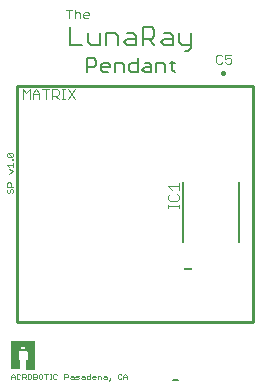
<source format=gto>
G75*
%MOIN*%
%OFA0B0*%
%FSLAX25Y25*%
%IPPOS*%
%LPD*%
%AMOC8*
5,1,8,0,0,1.08239X$1,22.5*
%
%ADD10C,0.00800*%
%ADD11C,0.00700*%
%ADD12C,0.00500*%
%ADD13C,0.00200*%
%ADD14C,0.00300*%
%ADD15C,0.01600*%
%ADD16C,0.00600*%
%ADD17R,0.02500X0.01000*%
%ADD18C,0.00400*%
%ADD19C,0.01000*%
%ADD20C,0.00100*%
D10*
X0059100Y0002999D02*
X0060700Y0002999D01*
D11*
X0063011Y0112881D02*
X0063995Y0112881D01*
X0064980Y0113865D01*
X0064980Y0118786D01*
X0064980Y0114849D02*
X0062027Y0114849D01*
X0061043Y0115833D01*
X0061043Y0118786D01*
X0058902Y0117801D02*
X0058902Y0114849D01*
X0055950Y0114849D01*
X0054966Y0115833D01*
X0055950Y0116817D01*
X0058902Y0116817D01*
X0058902Y0117801D02*
X0057918Y0118786D01*
X0055950Y0118786D01*
X0052825Y0119770D02*
X0052825Y0117801D01*
X0051841Y0116817D01*
X0048889Y0116817D01*
X0048889Y0114849D02*
X0048889Y0120754D01*
X0051841Y0120754D01*
X0052825Y0119770D01*
X0050857Y0116817D02*
X0052825Y0114849D01*
X0046748Y0114849D02*
X0043796Y0114849D01*
X0042811Y0115833D01*
X0043796Y0116817D01*
X0046748Y0116817D01*
X0046748Y0117801D02*
X0046748Y0114849D01*
X0046748Y0117801D02*
X0045764Y0118786D01*
X0043796Y0118786D01*
X0040671Y0117801D02*
X0040671Y0114849D01*
X0040671Y0117801D02*
X0039687Y0118786D01*
X0036734Y0118786D01*
X0036734Y0114849D01*
X0034594Y0114849D02*
X0034594Y0118786D01*
X0034594Y0114849D02*
X0031641Y0114849D01*
X0030657Y0115833D01*
X0030657Y0118786D01*
X0028517Y0114849D02*
X0024580Y0114849D01*
X0024580Y0120754D01*
D12*
X0030404Y0110353D02*
X0032655Y0110353D01*
X0033406Y0109602D01*
X0033406Y0108101D01*
X0032655Y0107350D01*
X0030404Y0107350D01*
X0030404Y0105849D02*
X0030404Y0110353D01*
X0035007Y0108101D02*
X0035007Y0106599D01*
X0035758Y0105849D01*
X0037259Y0105849D01*
X0038010Y0107350D02*
X0035007Y0107350D01*
X0035007Y0108101D02*
X0035758Y0108851D01*
X0037259Y0108851D01*
X0038010Y0108101D01*
X0038010Y0107350D01*
X0039611Y0105849D02*
X0039611Y0108851D01*
X0041863Y0108851D01*
X0042614Y0108101D01*
X0042614Y0105849D01*
X0044215Y0106599D02*
X0044215Y0108101D01*
X0044966Y0108851D01*
X0047218Y0108851D01*
X0047218Y0110353D02*
X0047218Y0105849D01*
X0044966Y0105849D01*
X0044215Y0106599D01*
X0048819Y0106599D02*
X0049570Y0107350D01*
X0051822Y0107350D01*
X0051822Y0108101D02*
X0051822Y0105849D01*
X0049570Y0105849D01*
X0048819Y0106599D01*
X0049570Y0108851D02*
X0051071Y0108851D01*
X0051822Y0108101D01*
X0053423Y0108851D02*
X0053423Y0105849D01*
X0053423Y0108851D02*
X0055675Y0108851D01*
X0056426Y0108101D01*
X0056426Y0105849D01*
X0058778Y0106599D02*
X0059528Y0105849D01*
X0058778Y0106599D02*
X0058778Y0109602D01*
X0059528Y0108851D02*
X0058027Y0108851D01*
D13*
X0005000Y0004600D02*
X0005000Y0003399D01*
X0005000Y0004300D02*
X0006201Y0004300D01*
X0006201Y0004600D02*
X0006201Y0003399D01*
X0006842Y0003699D02*
X0006842Y0004900D01*
X0007142Y0005200D01*
X0007742Y0005200D01*
X0008043Y0004900D01*
X0008683Y0005200D02*
X0008683Y0003399D01*
X0008683Y0003999D02*
X0009584Y0003999D01*
X0009884Y0004300D01*
X0009884Y0004900D01*
X0009584Y0005200D01*
X0008683Y0005200D01*
X0009284Y0003999D02*
X0009884Y0003399D01*
X0010525Y0003699D02*
X0010525Y0004900D01*
X0010825Y0005200D01*
X0011425Y0005200D01*
X0011726Y0004900D01*
X0011726Y0003699D01*
X0011425Y0003399D01*
X0010825Y0003399D01*
X0010525Y0003699D01*
X0012366Y0003399D02*
X0013267Y0003399D01*
X0013567Y0003699D01*
X0013567Y0003999D01*
X0013267Y0004300D01*
X0012366Y0004300D01*
X0012366Y0005200D02*
X0013267Y0005200D01*
X0013567Y0004900D01*
X0013567Y0004600D01*
X0013267Y0004300D01*
X0014208Y0004900D02*
X0014208Y0003699D01*
X0014508Y0003399D01*
X0015109Y0003399D01*
X0015409Y0003699D01*
X0015409Y0004900D01*
X0015109Y0005200D01*
X0014508Y0005200D01*
X0014208Y0004900D01*
X0016049Y0005200D02*
X0017250Y0005200D01*
X0016650Y0005200D02*
X0016650Y0003399D01*
X0017891Y0003399D02*
X0018492Y0003399D01*
X0018191Y0003399D02*
X0018191Y0005200D01*
X0017891Y0005200D02*
X0018492Y0005200D01*
X0019119Y0004900D02*
X0019119Y0003699D01*
X0019419Y0003399D01*
X0020019Y0003399D01*
X0020320Y0003699D01*
X0020320Y0004900D02*
X0020019Y0005200D01*
X0019419Y0005200D01*
X0019119Y0004900D01*
X0022802Y0005200D02*
X0022802Y0003399D01*
X0022802Y0003999D02*
X0023703Y0003999D01*
X0024003Y0004300D01*
X0024003Y0004900D01*
X0023703Y0005200D01*
X0022802Y0005200D01*
X0024944Y0004600D02*
X0025544Y0004600D01*
X0025844Y0004300D01*
X0025844Y0003399D01*
X0024944Y0003399D01*
X0024643Y0003699D01*
X0024944Y0003999D01*
X0025844Y0003999D01*
X0026485Y0004300D02*
X0026785Y0004600D01*
X0027686Y0004600D01*
X0027386Y0003999D02*
X0026785Y0003999D01*
X0026485Y0004300D01*
X0026485Y0003399D02*
X0027386Y0003399D01*
X0027686Y0003699D01*
X0027386Y0003999D01*
X0028327Y0003699D02*
X0028627Y0003999D01*
X0029528Y0003999D01*
X0029528Y0004300D02*
X0029528Y0003399D01*
X0028627Y0003399D01*
X0028327Y0003699D01*
X0028627Y0004600D02*
X0029227Y0004600D01*
X0029528Y0004300D01*
X0030168Y0004300D02*
X0030168Y0003699D01*
X0030468Y0003399D01*
X0031369Y0003399D01*
X0031369Y0005200D01*
X0031369Y0004600D02*
X0030468Y0004600D01*
X0030168Y0004300D01*
X0032010Y0004300D02*
X0032010Y0003699D01*
X0032310Y0003399D01*
X0032910Y0003399D01*
X0033211Y0003999D02*
X0032010Y0003999D01*
X0032010Y0004300D02*
X0032310Y0004600D01*
X0032910Y0004600D01*
X0033211Y0004300D01*
X0033211Y0003999D01*
X0033851Y0003399D02*
X0033851Y0004600D01*
X0034752Y0004600D01*
X0035052Y0004300D01*
X0035052Y0003399D01*
X0035693Y0003699D02*
X0035993Y0003999D01*
X0036894Y0003999D01*
X0036894Y0004300D02*
X0036894Y0003399D01*
X0035993Y0003399D01*
X0035693Y0003699D01*
X0035993Y0004600D02*
X0036594Y0004600D01*
X0036894Y0004300D01*
X0037835Y0003699D02*
X0037835Y0003399D01*
X0038135Y0003399D01*
X0038135Y0003699D01*
X0037835Y0003699D01*
X0038135Y0003399D02*
X0037534Y0002798D01*
X0040604Y0003699D02*
X0040904Y0003399D01*
X0041504Y0003399D01*
X0041805Y0003699D01*
X0042445Y0003399D02*
X0042445Y0004600D01*
X0043046Y0005200D01*
X0043646Y0004600D01*
X0043646Y0003399D01*
X0043646Y0004300D02*
X0042445Y0004300D01*
X0041805Y0004900D02*
X0041504Y0005200D01*
X0040904Y0005200D01*
X0040604Y0004900D01*
X0040604Y0003699D01*
X0012366Y0003399D02*
X0012366Y0005200D01*
X0008043Y0003699D02*
X0007742Y0003399D01*
X0007142Y0003399D01*
X0006842Y0003699D01*
X0006201Y0004600D02*
X0005601Y0005200D01*
X0005000Y0004600D01*
X0005333Y0065335D02*
X0005700Y0065702D01*
X0005700Y0066436D01*
X0005333Y0066802D01*
X0004966Y0066802D01*
X0004599Y0066436D01*
X0004599Y0065702D01*
X0004232Y0065335D01*
X0003865Y0065335D01*
X0003498Y0065702D01*
X0003498Y0066436D01*
X0003865Y0066802D01*
X0003498Y0067544D02*
X0003498Y0068645D01*
X0003865Y0069012D01*
X0004599Y0069012D01*
X0004966Y0068645D01*
X0004966Y0067544D01*
X0005700Y0067544D02*
X0003498Y0067544D01*
X0004232Y0071964D02*
X0005700Y0072698D01*
X0004232Y0073432D01*
X0004232Y0074174D02*
X0003498Y0074908D01*
X0005700Y0074908D01*
X0005700Y0074174D02*
X0005700Y0075642D01*
X0005700Y0076384D02*
X0005700Y0076751D01*
X0005333Y0076751D01*
X0005333Y0076384D01*
X0005700Y0076384D01*
X0005333Y0077489D02*
X0003865Y0078957D01*
X0005333Y0078957D01*
X0005700Y0078590D01*
X0005700Y0077856D01*
X0005333Y0077489D01*
X0003865Y0077489D01*
X0003498Y0077856D01*
X0003498Y0078590D01*
X0003865Y0078957D01*
D14*
X0009035Y0096827D02*
X0009035Y0100030D01*
X0010103Y0098962D01*
X0011170Y0100030D01*
X0011170Y0096827D01*
X0012258Y0096827D02*
X0012258Y0098962D01*
X0013325Y0100030D01*
X0014393Y0098962D01*
X0014393Y0096827D01*
X0014393Y0098428D02*
X0012258Y0098428D01*
X0015481Y0100030D02*
X0017616Y0100030D01*
X0016548Y0100030D02*
X0016548Y0096827D01*
X0018703Y0096827D02*
X0018703Y0100030D01*
X0020305Y0100030D01*
X0020838Y0099496D01*
X0020838Y0098428D01*
X0020305Y0097894D01*
X0018703Y0097894D01*
X0019771Y0097894D02*
X0020838Y0096827D01*
X0021926Y0096827D02*
X0022994Y0096827D01*
X0022460Y0096827D02*
X0022460Y0100030D01*
X0021926Y0100030D02*
X0022994Y0100030D01*
X0024075Y0100030D02*
X0026210Y0096827D01*
X0024075Y0096827D02*
X0026210Y0100030D01*
X0026197Y0123749D02*
X0026197Y0126651D01*
X0025185Y0126651D02*
X0023250Y0126651D01*
X0024217Y0126651D02*
X0024217Y0123749D01*
X0026197Y0125200D02*
X0026680Y0125684D01*
X0027648Y0125684D01*
X0028131Y0125200D01*
X0028131Y0123749D01*
X0029143Y0124233D02*
X0029627Y0123749D01*
X0030594Y0123749D01*
X0031078Y0124716D02*
X0029143Y0124716D01*
X0029143Y0124233D02*
X0029143Y0125200D01*
X0029627Y0125684D01*
X0030594Y0125684D01*
X0031078Y0125200D01*
X0031078Y0124716D01*
X0073450Y0111068D02*
X0073450Y0109133D01*
X0073934Y0108649D01*
X0074901Y0108649D01*
X0075385Y0109133D01*
X0076397Y0109133D02*
X0076880Y0108649D01*
X0077848Y0108649D01*
X0078331Y0109133D01*
X0078331Y0110100D01*
X0077848Y0110584D01*
X0077364Y0110584D01*
X0076397Y0110100D01*
X0076397Y0111551D01*
X0078331Y0111551D01*
X0075385Y0111068D02*
X0074901Y0111551D01*
X0073934Y0111551D01*
X0073450Y0111068D01*
D15*
X0075800Y0105619D02*
X0075800Y0105379D01*
D16*
X0080899Y0069297D02*
X0080899Y0049200D01*
X0062301Y0049200D02*
X0062301Y0069297D01*
D17*
X0064100Y0040299D03*
D18*
X0061000Y0060399D02*
X0061000Y0061600D01*
X0061000Y0060999D02*
X0057397Y0060999D01*
X0057397Y0060399D02*
X0057397Y0061600D01*
X0057997Y0062854D02*
X0060399Y0062854D01*
X0061000Y0063455D01*
X0061000Y0064656D01*
X0060399Y0065256D01*
X0061000Y0066537D02*
X0061000Y0068939D01*
X0061000Y0067738D02*
X0057397Y0067738D01*
X0058598Y0066537D01*
X0057997Y0065256D02*
X0057397Y0064656D01*
X0057397Y0063455D01*
X0057997Y0062854D01*
D19*
X0085570Y0101169D02*
X0085570Y0022429D01*
X0006830Y0022429D01*
X0006830Y0101169D01*
X0085570Y0101169D01*
D20*
X0012760Y0016279D02*
X0012760Y0006979D01*
X0010020Y0006979D01*
X0010020Y0009719D01*
X0010520Y0009959D01*
X0010520Y0012799D01*
X0010040Y0013199D01*
X0009740Y0013199D01*
X0009740Y0014379D01*
X0009520Y0014599D01*
X0008260Y0014599D01*
X0007980Y0014339D01*
X0007980Y0013419D01*
X0007760Y0013419D01*
X0007760Y0013199D01*
X0007980Y0013199D01*
X0009720Y0013199D01*
X0009720Y0013359D01*
X0007720Y0013359D01*
X0007720Y0013179D01*
X0007240Y0012779D01*
X0007240Y0009959D01*
X0007740Y0009699D01*
X0007740Y0006999D01*
X0005000Y0006999D01*
X0005000Y0016279D01*
X0012760Y0016279D01*
X0012760Y0016276D02*
X0005000Y0016276D01*
X0005000Y0016177D02*
X0012760Y0016177D01*
X0012760Y0016079D02*
X0005000Y0016079D01*
X0005000Y0015980D02*
X0012760Y0015980D01*
X0012760Y0015882D02*
X0005000Y0015882D01*
X0005000Y0015783D02*
X0012760Y0015783D01*
X0012760Y0015684D02*
X0005000Y0015684D01*
X0005000Y0015586D02*
X0012760Y0015586D01*
X0012760Y0015487D02*
X0005000Y0015487D01*
X0005000Y0015389D02*
X0012760Y0015389D01*
X0012760Y0015290D02*
X0005000Y0015290D01*
X0005000Y0015192D02*
X0012760Y0015192D01*
X0012760Y0015093D02*
X0005000Y0015093D01*
X0005000Y0014995D02*
X0012760Y0014995D01*
X0012760Y0014896D02*
X0005000Y0014896D01*
X0005000Y0014798D02*
X0012760Y0014798D01*
X0012760Y0014699D02*
X0005000Y0014699D01*
X0005000Y0014601D02*
X0012760Y0014601D01*
X0012760Y0014502D02*
X0009617Y0014502D01*
X0009715Y0014404D02*
X0012760Y0014404D01*
X0012760Y0014305D02*
X0009740Y0014305D01*
X0009740Y0014207D02*
X0012760Y0014207D01*
X0012760Y0014108D02*
X0009740Y0014108D01*
X0009740Y0014010D02*
X0012760Y0014010D01*
X0012760Y0013911D02*
X0009740Y0013911D01*
X0009740Y0013813D02*
X0012760Y0013813D01*
X0012760Y0013714D02*
X0009740Y0013714D01*
X0009740Y0013616D02*
X0012760Y0013616D01*
X0012760Y0013517D02*
X0009740Y0013517D01*
X0009740Y0013419D02*
X0012760Y0013419D01*
X0012760Y0013320D02*
X0009740Y0013320D01*
X0009720Y0013320D02*
X0007760Y0013320D01*
X0007720Y0013320D02*
X0005000Y0013320D01*
X0005000Y0013222D02*
X0007720Y0013222D01*
X0007760Y0013222D02*
X0009720Y0013222D01*
X0009740Y0013222D02*
X0012760Y0013222D01*
X0012760Y0013123D02*
X0010131Y0013123D01*
X0010249Y0013025D02*
X0012760Y0013025D01*
X0012760Y0012926D02*
X0010367Y0012926D01*
X0010485Y0012828D02*
X0012760Y0012828D01*
X0012760Y0012729D02*
X0010520Y0012729D01*
X0010520Y0012631D02*
X0012760Y0012631D01*
X0012760Y0012532D02*
X0010520Y0012532D01*
X0010520Y0012434D02*
X0012760Y0012434D01*
X0012760Y0012335D02*
X0010520Y0012335D01*
X0010520Y0012237D02*
X0012760Y0012237D01*
X0012760Y0012138D02*
X0010520Y0012138D01*
X0010520Y0012040D02*
X0012760Y0012040D01*
X0012760Y0011941D02*
X0010520Y0011941D01*
X0010520Y0011843D02*
X0012760Y0011843D01*
X0012760Y0011744D02*
X0010520Y0011744D01*
X0010520Y0011646D02*
X0012760Y0011646D01*
X0012760Y0011547D02*
X0010520Y0011547D01*
X0010520Y0011448D02*
X0012760Y0011448D01*
X0012760Y0011350D02*
X0010520Y0011350D01*
X0010520Y0011251D02*
X0012760Y0011251D01*
X0012760Y0011153D02*
X0010520Y0011153D01*
X0010520Y0011054D02*
X0012760Y0011054D01*
X0012760Y0010956D02*
X0010520Y0010956D01*
X0010520Y0010857D02*
X0012760Y0010857D01*
X0012760Y0010759D02*
X0010520Y0010759D01*
X0010520Y0010660D02*
X0012760Y0010660D01*
X0012760Y0010562D02*
X0010520Y0010562D01*
X0010520Y0010463D02*
X0012760Y0010463D01*
X0012760Y0010365D02*
X0010520Y0010365D01*
X0010520Y0010266D02*
X0012760Y0010266D01*
X0012760Y0010168D02*
X0010520Y0010168D01*
X0010520Y0010069D02*
X0012760Y0010069D01*
X0012760Y0009971D02*
X0010520Y0009971D01*
X0010340Y0009872D02*
X0012760Y0009872D01*
X0012760Y0009774D02*
X0010134Y0009774D01*
X0010020Y0009675D02*
X0012760Y0009675D01*
X0012760Y0009577D02*
X0010020Y0009577D01*
X0010020Y0009478D02*
X0012760Y0009478D01*
X0012760Y0009380D02*
X0010020Y0009380D01*
X0010020Y0009281D02*
X0012760Y0009281D01*
X0012760Y0009183D02*
X0010020Y0009183D01*
X0010020Y0009084D02*
X0012760Y0009084D01*
X0012760Y0008986D02*
X0010020Y0008986D01*
X0010020Y0008887D02*
X0012760Y0008887D01*
X0012760Y0008789D02*
X0010020Y0008789D01*
X0010020Y0008690D02*
X0012760Y0008690D01*
X0012760Y0008592D02*
X0010020Y0008592D01*
X0010020Y0008493D02*
X0012760Y0008493D01*
X0012760Y0008395D02*
X0010020Y0008395D01*
X0010020Y0008296D02*
X0012760Y0008296D01*
X0012760Y0008198D02*
X0010020Y0008198D01*
X0010020Y0008099D02*
X0012760Y0008099D01*
X0012760Y0008001D02*
X0010020Y0008001D01*
X0010020Y0007902D02*
X0012760Y0007902D01*
X0012760Y0007804D02*
X0010020Y0007804D01*
X0010020Y0007705D02*
X0012760Y0007705D01*
X0012760Y0007607D02*
X0010020Y0007607D01*
X0010020Y0007508D02*
X0012760Y0007508D01*
X0012760Y0007410D02*
X0010020Y0007410D01*
X0010020Y0007311D02*
X0012760Y0007311D01*
X0012760Y0007213D02*
X0010020Y0007213D01*
X0010020Y0007114D02*
X0012760Y0007114D01*
X0012760Y0007015D02*
X0010020Y0007015D01*
X0007740Y0007015D02*
X0005000Y0007015D01*
X0005000Y0007114D02*
X0007740Y0007114D01*
X0007740Y0007213D02*
X0005000Y0007213D01*
X0005000Y0007311D02*
X0007740Y0007311D01*
X0007740Y0007410D02*
X0005000Y0007410D01*
X0005000Y0007508D02*
X0007740Y0007508D01*
X0007740Y0007607D02*
X0005000Y0007607D01*
X0005000Y0007705D02*
X0007740Y0007705D01*
X0007740Y0007804D02*
X0005000Y0007804D01*
X0005000Y0007902D02*
X0007740Y0007902D01*
X0007740Y0008001D02*
X0005000Y0008001D01*
X0005000Y0008099D02*
X0007740Y0008099D01*
X0007740Y0008198D02*
X0005000Y0008198D01*
X0005000Y0008296D02*
X0007740Y0008296D01*
X0007740Y0008395D02*
X0005000Y0008395D01*
X0005000Y0008493D02*
X0007740Y0008493D01*
X0007740Y0008592D02*
X0005000Y0008592D01*
X0005000Y0008690D02*
X0007740Y0008690D01*
X0007740Y0008789D02*
X0005000Y0008789D01*
X0005000Y0008887D02*
X0007740Y0008887D01*
X0007740Y0008986D02*
X0005000Y0008986D01*
X0005000Y0009084D02*
X0007740Y0009084D01*
X0007740Y0009183D02*
X0005000Y0009183D01*
X0005000Y0009281D02*
X0007740Y0009281D01*
X0007740Y0009380D02*
X0005000Y0009380D01*
X0005000Y0009478D02*
X0007740Y0009478D01*
X0007740Y0009577D02*
X0005000Y0009577D01*
X0005000Y0009675D02*
X0007740Y0009675D01*
X0007596Y0009774D02*
X0005000Y0009774D01*
X0005000Y0009872D02*
X0007406Y0009872D01*
X0007240Y0009971D02*
X0005000Y0009971D01*
X0005000Y0010069D02*
X0007240Y0010069D01*
X0007240Y0010168D02*
X0005000Y0010168D01*
X0005000Y0010266D02*
X0007240Y0010266D01*
X0007240Y0010365D02*
X0005000Y0010365D01*
X0005000Y0010463D02*
X0007240Y0010463D01*
X0007240Y0010562D02*
X0005000Y0010562D01*
X0005000Y0010660D02*
X0007240Y0010660D01*
X0007240Y0010759D02*
X0005000Y0010759D01*
X0005000Y0010857D02*
X0007240Y0010857D01*
X0007240Y0010956D02*
X0005000Y0010956D01*
X0005000Y0011054D02*
X0007240Y0011054D01*
X0007240Y0011153D02*
X0005000Y0011153D01*
X0005000Y0011251D02*
X0007240Y0011251D01*
X0007240Y0011350D02*
X0005000Y0011350D01*
X0005000Y0011448D02*
X0007240Y0011448D01*
X0007240Y0011547D02*
X0005000Y0011547D01*
X0005000Y0011646D02*
X0007240Y0011646D01*
X0007240Y0011744D02*
X0005000Y0011744D01*
X0005000Y0011843D02*
X0007240Y0011843D01*
X0007240Y0011941D02*
X0005000Y0011941D01*
X0005000Y0012040D02*
X0007240Y0012040D01*
X0007240Y0012138D02*
X0005000Y0012138D01*
X0005000Y0012237D02*
X0007240Y0012237D01*
X0007240Y0012335D02*
X0005000Y0012335D01*
X0005000Y0012434D02*
X0007240Y0012434D01*
X0007240Y0012532D02*
X0005000Y0012532D01*
X0005000Y0012631D02*
X0007240Y0012631D01*
X0007240Y0012729D02*
X0005000Y0012729D01*
X0005000Y0012828D02*
X0007299Y0012828D01*
X0007417Y0012926D02*
X0005000Y0012926D01*
X0005000Y0013025D02*
X0007535Y0013025D01*
X0007653Y0013123D02*
X0005000Y0013123D01*
X0005000Y0013419D02*
X0007760Y0013419D01*
X0007980Y0013517D02*
X0005000Y0013517D01*
X0005000Y0013616D02*
X0007980Y0013616D01*
X0007980Y0013714D02*
X0005000Y0013714D01*
X0005000Y0013813D02*
X0007980Y0013813D01*
X0007980Y0013911D02*
X0005000Y0013911D01*
X0005000Y0014010D02*
X0007980Y0014010D01*
X0007980Y0014108D02*
X0005000Y0014108D01*
X0005000Y0014207D02*
X0007980Y0014207D01*
X0007980Y0014305D02*
X0005000Y0014305D01*
X0005000Y0014404D02*
X0008050Y0014404D01*
X0008156Y0014502D02*
X0005000Y0014502D01*
M02*

</source>
